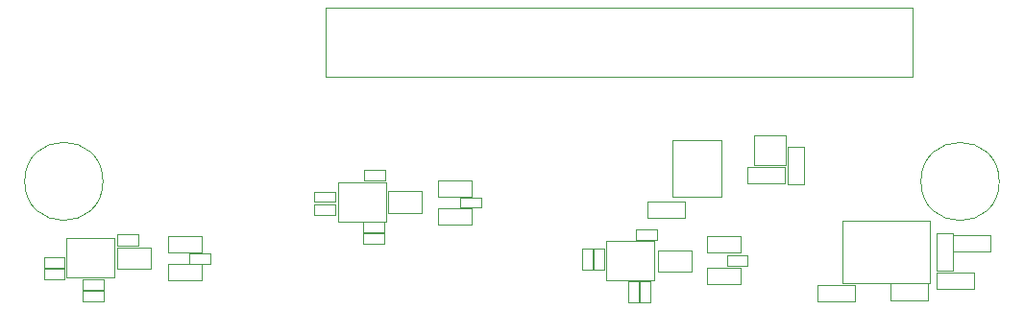
<source format=gbr>
%TF.GenerationSoftware,KiCad,Pcbnew,7.0.8*%
%TF.CreationDate,2024-02-12T21:11:38+01:00*%
%TF.ProjectId,HatV4,48617456-342e-46b6-9963-61645f706362,V2*%
%TF.SameCoordinates,Original*%
%TF.FileFunction,Other,User*%
%FSLAX46Y46*%
G04 Gerber Fmt 4.6, Leading zero omitted, Abs format (unit mm)*
G04 Created by KiCad (PCBNEW 7.0.8) date 2024-02-12 21:11:38*
%MOMM*%
%LPD*%
G01*
G04 APERTURE LIST*
%ADD10C,0.050000*%
G04 APERTURE END LIST*
D10*
%TO.C,C11*%
X165634400Y-102651000D02*
X168934400Y-102651000D01*
X165634400Y-104111000D02*
X165634400Y-102651000D01*
X168934400Y-102651000D02*
X168934400Y-104111000D01*
X168934400Y-104111000D02*
X165634400Y-104111000D01*
%TO.C,J5*%
X128425800Y-94662400D02*
X128425800Y-88562400D01*
X180225800Y-94662400D02*
X128425800Y-94662400D01*
X128425800Y-88562400D02*
X180225800Y-88562400D01*
X180225800Y-88562400D02*
X180225800Y-94662400D01*
%TO.C,U6*%
X181733900Y-112898800D02*
X181733900Y-107398800D01*
X181733900Y-107398800D02*
X174033900Y-107398800D01*
X174033900Y-112898800D02*
X181733900Y-112898800D01*
X174033900Y-107398800D02*
X174033900Y-112898800D01*
%TO.C,C2*%
X108885400Y-113515400D02*
X107065400Y-113515400D01*
X108885400Y-112595400D02*
X108885400Y-113515400D01*
X107065400Y-113515400D02*
X107065400Y-112595400D01*
X107065400Y-112595400D02*
X108885400Y-112595400D01*
%TO.C,FL3*%
X160701778Y-109986378D02*
X160701778Y-111866378D01*
X157761778Y-109986378D02*
X160701778Y-109986378D01*
X157761778Y-109986378D02*
X157761778Y-111866378D01*
X157761778Y-111866378D02*
X160701778Y-111866378D01*
%TO.C,C21*%
X152092400Y-111679400D02*
X152092400Y-109859400D01*
X153012400Y-111679400D02*
X152092400Y-111679400D01*
X152092400Y-109859400D02*
X153012400Y-109859400D01*
X153012400Y-109859400D02*
X153012400Y-111679400D01*
%TO.C,C8*%
X129281600Y-105743000D02*
X127461600Y-105743000D01*
X129281600Y-104823000D02*
X129281600Y-105743000D01*
X127461600Y-105743000D02*
X127461600Y-104823000D01*
X127461600Y-104823000D02*
X129281600Y-104823000D01*
%TO.C,C5*%
X116463400Y-110262222D02*
X118283400Y-110262222D01*
X116463400Y-111182222D02*
X116463400Y-110262222D01*
X118283400Y-110262222D02*
X118283400Y-111182222D01*
X118283400Y-111182222D02*
X116463400Y-111182222D01*
%TO.C,C15*%
X182272500Y-111944400D02*
X185572500Y-111944400D01*
X182272500Y-113404400D02*
X182272500Y-111944400D01*
X185572500Y-111944400D02*
X185572500Y-113404400D01*
X185572500Y-113404400D02*
X182272500Y-113404400D01*
%TO.C,C7*%
X133622400Y-108435400D02*
X131802400Y-108435400D01*
X133622400Y-107515400D02*
X133622400Y-108435400D01*
X131802400Y-108435400D02*
X131802400Y-107515400D01*
X131802400Y-107515400D02*
X133622400Y-107515400D01*
%TO.C,FL1*%
X113020022Y-109782222D02*
X113020022Y-111662222D01*
X110080022Y-109782222D02*
X113020022Y-109782222D01*
X110080022Y-109782222D02*
X110080022Y-111662222D01*
X110080022Y-111662222D02*
X113020022Y-111662222D01*
%TO.C,C20*%
X157033978Y-112776578D02*
X157033978Y-114596578D01*
X156113978Y-112776578D02*
X157033978Y-112776578D01*
X157033978Y-114596578D02*
X156113978Y-114596578D01*
X156113978Y-114596578D02*
X156113978Y-112776578D01*
%TO.C,C16*%
X183768900Y-108667800D02*
X187068900Y-108667800D01*
X183768900Y-110127800D02*
X183768900Y-108667800D01*
X187068900Y-108667800D02*
X187068900Y-110127800D01*
X187068900Y-110127800D02*
X183768900Y-110127800D01*
%TO.C,U5*%
X163369800Y-105299600D02*
X163369800Y-100299600D01*
X163369800Y-100299600D02*
X159009800Y-100299600D01*
X159009800Y-105299600D02*
X163369800Y-105299600D01*
X159009800Y-100299600D02*
X159009800Y-105299600D01*
%TO.C,R6*%
X141294675Y-107775465D02*
X138334675Y-107775465D01*
X141294675Y-106315465D02*
X141294675Y-107775465D01*
X138334675Y-107775465D02*
X138334675Y-106315465D01*
X138334675Y-106315465D02*
X141294675Y-106315465D01*
%TO.C,C23*%
X163834400Y-110447378D02*
X165654400Y-110447378D01*
X163834400Y-111367378D02*
X163834400Y-110447378D01*
X165654400Y-110447378D02*
X165654400Y-111367378D01*
X165654400Y-111367378D02*
X163834400Y-111367378D01*
%TO.C,R1*%
X110073222Y-108626622D02*
X111933222Y-108626622D01*
X110073222Y-109566622D02*
X110073222Y-108626622D01*
X111933222Y-108626622D02*
X111933222Y-109566622D01*
X111933222Y-109566622D02*
X110073222Y-109566622D01*
%TO.C,R9*%
X165017400Y-113023400D02*
X162057400Y-113023400D01*
X165017400Y-111563400D02*
X165017400Y-113023400D01*
X162057400Y-113023400D02*
X162057400Y-111563400D01*
X162057400Y-111563400D02*
X165017400Y-111563400D01*
%TO.C,C6*%
X133594400Y-109451400D02*
X131774400Y-109451400D01*
X133594400Y-108531400D02*
X133594400Y-109451400D01*
X131774400Y-109451400D02*
X131774400Y-108531400D01*
X131774400Y-108531400D02*
X133594400Y-108531400D01*
%TO.C,U1*%
X105606422Y-108931222D02*
X105606422Y-112431222D01*
X105606422Y-112431222D02*
X109846422Y-112431222D01*
X109846422Y-108931222D02*
X105606422Y-108931222D01*
X109846422Y-112431222D02*
X109846422Y-108931222D01*
%TO.C,R8*%
X162057400Y-108769400D02*
X165017400Y-108769400D01*
X162057400Y-110229400D02*
X162057400Y-108769400D01*
X165017400Y-108769400D02*
X165017400Y-110229400D01*
X165017400Y-110229400D02*
X162057400Y-110229400D01*
%TO.C,Y1*%
X169048800Y-102457000D02*
X169048800Y-99857000D01*
X169048800Y-99857000D02*
X166248800Y-99857000D01*
X166248800Y-102457000D02*
X169048800Y-102457000D01*
X166248800Y-99857000D02*
X166248800Y-102457000D01*
%TO.C,C19*%
X156017978Y-112748578D02*
X156017978Y-114568578D01*
X155097978Y-112748578D02*
X156017978Y-112748578D01*
X156017978Y-114568578D02*
X155097978Y-114568578D01*
X155097978Y-114568578D02*
X155097978Y-112748578D01*
%TO.C,C17*%
X181507400Y-114395000D02*
X178207400Y-114395000D01*
X181507400Y-112935000D02*
X181507400Y-114395000D01*
X178207400Y-114395000D02*
X178207400Y-112935000D01*
X178207400Y-112935000D02*
X181507400Y-112935000D01*
%TO.C,R5*%
X138372400Y-103816400D02*
X141332400Y-103816400D01*
X138372400Y-105276400D02*
X138372400Y-103816400D01*
X141332400Y-103816400D02*
X141332400Y-105276400D01*
X141332400Y-105276400D02*
X138372400Y-105276400D01*
%TO.C,C14*%
X175082300Y-114547400D02*
X171782300Y-114547400D01*
X175082300Y-113087400D02*
X175082300Y-114547400D01*
X171782300Y-114547400D02*
X171782300Y-113087400D01*
X171782300Y-113087400D02*
X175082300Y-113087400D01*
%TO.C,C22*%
X151076400Y-111679400D02*
X151076400Y-109859400D01*
X151996400Y-111679400D02*
X151076400Y-111679400D01*
X151076400Y-109859400D02*
X151996400Y-109859400D01*
X151996400Y-109859400D02*
X151996400Y-111679400D01*
%TO.C,C12*%
X170605200Y-100843100D02*
X170605200Y-104143100D01*
X169145200Y-100843100D02*
X170605200Y-100843100D01*
X170605200Y-104143100D02*
X169145200Y-104143100D01*
X169145200Y-104143100D02*
X169145200Y-100843100D01*
%TO.C,C3*%
X105459000Y-112524800D02*
X103639000Y-112524800D01*
X105459000Y-111604800D02*
X105459000Y-112524800D01*
X103639000Y-112524800D02*
X103639000Y-111604800D01*
X103639000Y-111604800D02*
X105459000Y-111604800D01*
%TO.C,R2*%
X114544778Y-108769400D02*
X117504778Y-108769400D01*
X114544778Y-110229400D02*
X114544778Y-108769400D01*
X117504778Y-108769400D02*
X117504778Y-110229400D01*
X117504778Y-110229400D02*
X114544778Y-110229400D01*
%TO.C,R3*%
X117504778Y-112642400D02*
X114544778Y-112642400D01*
X117504778Y-111182400D02*
X117504778Y-112642400D01*
X114544778Y-112642400D02*
X114544778Y-111182400D01*
X114544778Y-111182400D02*
X117504778Y-111182400D01*
%TO.C,R7*%
X157673400Y-109080400D02*
X155813400Y-109080400D01*
X157673400Y-108140400D02*
X157673400Y-109080400D01*
X155813400Y-109080400D02*
X155813400Y-108140400D01*
X155813400Y-108140400D02*
X157673400Y-108140400D01*
%TO.C,C4*%
X105459000Y-111508800D02*
X103639000Y-111508800D01*
X105459000Y-110588800D02*
X105459000Y-111508800D01*
X103639000Y-111508800D02*
X103639000Y-110588800D01*
X103639000Y-110588800D02*
X105459000Y-110588800D01*
%TO.C,C10*%
X140339400Y-105336022D02*
X142159400Y-105336022D01*
X140339400Y-106256022D02*
X140339400Y-105336022D01*
X142159400Y-105336022D02*
X142159400Y-106256022D01*
X142159400Y-106256022D02*
X140339400Y-106256022D01*
%TO.C,C18*%
X183762400Y-108484400D02*
X183762400Y-111784400D01*
X182302400Y-108484400D02*
X183762400Y-108484400D01*
X183762400Y-111784400D02*
X182302400Y-111784400D01*
X182302400Y-111784400D02*
X182302400Y-108484400D01*
%TO.C,C13*%
X160120600Y-107130600D02*
X156820600Y-107130600D01*
X160120600Y-105670600D02*
X160120600Y-107130600D01*
X156820600Y-107130600D02*
X156820600Y-105670600D01*
X156820600Y-105670600D02*
X160120600Y-105670600D01*
%TO.C,U7*%
X153183978Y-109153578D02*
X153183978Y-112653578D01*
X153183978Y-112653578D02*
X157423978Y-112653578D01*
X157423978Y-109153578D02*
X153183978Y-109153578D01*
X157423978Y-112653578D02*
X157423978Y-109153578D01*
%TO.C,C9*%
X129281600Y-106886000D02*
X127461600Y-106886000D01*
X129281600Y-105966000D02*
X129281600Y-106886000D01*
X127461600Y-106886000D02*
X127461600Y-105966000D01*
X127461600Y-105966000D02*
X129281600Y-105966000D01*
%TO.C,R4*%
X133695800Y-103822600D02*
X131835800Y-103822600D01*
X133695800Y-102882600D02*
X133695800Y-103822600D01*
X131835800Y-103822600D02*
X131835800Y-102882600D01*
X131835800Y-102882600D02*
X133695800Y-102882600D01*
%TO.C,C1*%
X108885400Y-114531400D02*
X107065400Y-114531400D01*
X108885400Y-113611400D02*
X108885400Y-114531400D01*
X107065400Y-114531400D02*
X107065400Y-113611400D01*
X107065400Y-113611400D02*
X108885400Y-113611400D01*
%TO.C,FL2*%
X136905022Y-104814622D02*
X136905022Y-106694622D01*
X133965022Y-104814622D02*
X136905022Y-104814622D01*
X133965022Y-104814622D02*
X133965022Y-106694622D01*
X133965022Y-106694622D02*
X136905022Y-106694622D01*
%TO.C,H1*%
X108830438Y-103923800D02*
G75*
G03*
X108830438Y-103923800I-3450000J0D01*
G01*
%TO.C,U3*%
X129540022Y-104005022D02*
X129540022Y-107505022D01*
X129540022Y-107505022D02*
X133780022Y-107505022D01*
X133780022Y-104005022D02*
X129540022Y-104005022D01*
X133780022Y-107505022D02*
X133780022Y-104005022D01*
%TO.C,H2*%
X187829438Y-103935962D02*
G75*
G03*
X187829438Y-103935962I-3450000J0D01*
G01*
%TD*%
M02*

</source>
